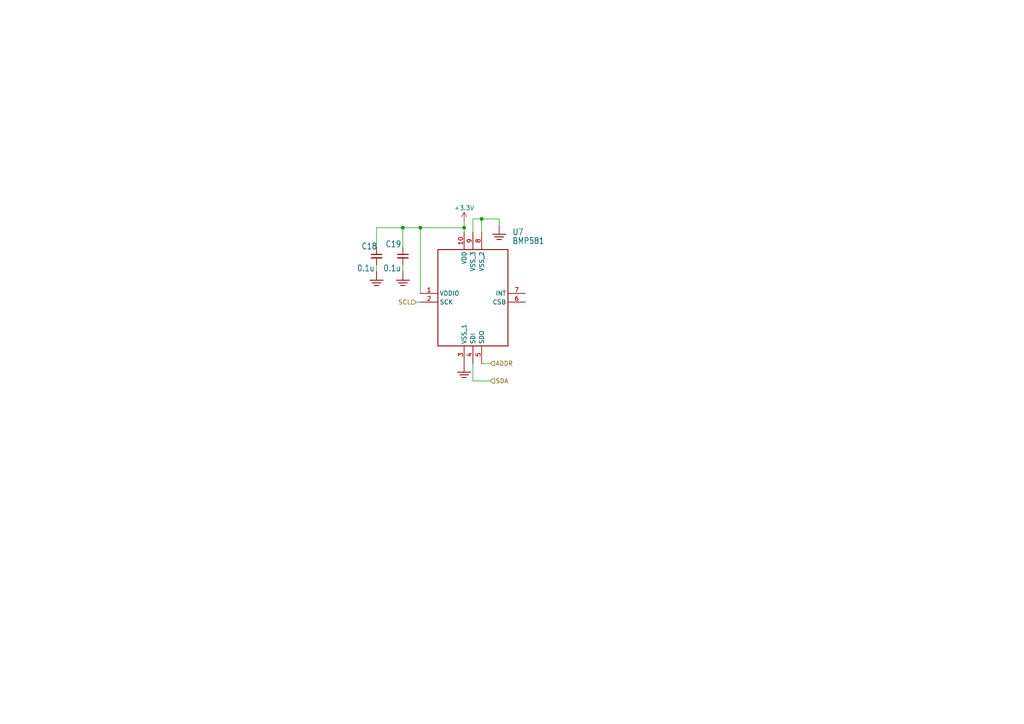
<source format=kicad_sch>
(kicad_sch
	(version 20231120)
	(generator "eeschema")
	(generator_version "8.0")
	(uuid "98bd8303-24ad-4ab0-a161-061b62a656b8")
	(paper "A4")
	(lib_symbols
		(symbol "BRGRavionics-eagle-import:BMP581"
			(exclude_from_sim no)
			(in_bom yes)
			(on_board yes)
			(property "Reference" "U"
				(at 26.67 17.78 0)
				(effects
					(font
						(size 1.778 1.5113)
					)
					(justify left)
				)
			)
			(property "Value" ""
				(at 26.67 15.24 0)
				(effects
					(font
						(size 1.778 1.5113)
					)
					(justify left)
				)
			)
			(property "Footprint" "BRGRavionics:BMP581"
				(at 0 0 0)
				(effects
					(font
						(size 1.27 1.27)
					)
					(hide yes)
				)
			)
			(property "Datasheet" ""
				(at 0 0 0)
				(effects
					(font
						(size 1.27 1.27)
					)
					(hide yes)
				)
			)
			(property "Description" ""
				(at 0 0 0)
				(effects
					(font
						(size 1.27 1.27)
					)
					(hide yes)
				)
			)
			(property "ki_locked" ""
				(at 0 0 0)
				(effects
					(font
						(size 1.27 1.27)
					)
				)
			)
			(symbol "BMP581_1_0"
				(polyline
					(pts
						(xy 5.08 12.7) (xy 5.08 -15.24)
					)
					(stroke
						(width 0.254)
						(type solid)
					)
					(fill
						(type none)
					)
				)
				(polyline
					(pts
						(xy 5.08 12.7) (xy 25.4 12.7)
					)
					(stroke
						(width 0.254)
						(type solid)
					)
					(fill
						(type none)
					)
				)
				(polyline
					(pts
						(xy 25.4 -15.24) (xy 5.08 -15.24)
					)
					(stroke
						(width 0.254)
						(type solid)
					)
					(fill
						(type none)
					)
				)
				(polyline
					(pts
						(xy 25.4 -15.24) (xy 25.4 12.7)
					)
					(stroke
						(width 0.254)
						(type solid)
					)
					(fill
						(type none)
					)
				)
				(pin bidirectional line
					(at 0 0 0)
					(length 5.08)
					(name "VDDIO"
						(effects
							(font
								(size 1.27 1.27)
							)
						)
					)
					(number "1"
						(effects
							(font
								(size 1.27 1.27)
							)
						)
					)
				)
				(pin bidirectional line
					(at 12.7 17.78 270)
					(length 5.08)
					(name "VDD"
						(effects
							(font
								(size 1.27 1.27)
							)
						)
					)
					(number "10"
						(effects
							(font
								(size 1.27 1.27)
							)
						)
					)
				)
				(pin bidirectional line
					(at 0 -2.54 0)
					(length 5.08)
					(name "SCK"
						(effects
							(font
								(size 1.27 1.27)
							)
						)
					)
					(number "2"
						(effects
							(font
								(size 1.27 1.27)
							)
						)
					)
				)
				(pin bidirectional line
					(at 12.7 -20.32 90)
					(length 5.08)
					(name "VSS_1"
						(effects
							(font
								(size 1.27 1.27)
							)
						)
					)
					(number "3"
						(effects
							(font
								(size 1.27 1.27)
							)
						)
					)
				)
				(pin bidirectional line
					(at 15.24 -20.32 90)
					(length 5.08)
					(name "SDI"
						(effects
							(font
								(size 1.27 1.27)
							)
						)
					)
					(number "4"
						(effects
							(font
								(size 1.27 1.27)
							)
						)
					)
				)
				(pin bidirectional line
					(at 17.78 -20.32 90)
					(length 5.08)
					(name "SDO"
						(effects
							(font
								(size 1.27 1.27)
							)
						)
					)
					(number "5"
						(effects
							(font
								(size 1.27 1.27)
							)
						)
					)
				)
				(pin bidirectional line
					(at 30.48 -2.54 180)
					(length 5.08)
					(name "CSB"
						(effects
							(font
								(size 1.27 1.27)
							)
						)
					)
					(number "6"
						(effects
							(font
								(size 1.27 1.27)
							)
						)
					)
				)
				(pin bidirectional line
					(at 30.48 0 180)
					(length 5.08)
					(name "INT"
						(effects
							(font
								(size 1.27 1.27)
							)
						)
					)
					(number "7"
						(effects
							(font
								(size 1.27 1.27)
							)
						)
					)
				)
				(pin bidirectional line
					(at 17.78 17.78 270)
					(length 5.08)
					(name "VSS_2"
						(effects
							(font
								(size 1.27 1.27)
							)
						)
					)
					(number "8"
						(effects
							(font
								(size 1.27 1.27)
							)
						)
					)
				)
				(pin bidirectional line
					(at 15.24 17.78 270)
					(length 5.08)
					(name "VSS_3"
						(effects
							(font
								(size 1.27 1.27)
							)
						)
					)
					(number "9"
						(effects
							(font
								(size 1.27 1.27)
							)
						)
					)
				)
			)
		)
		(symbol "BRGRavionics-eagle-import:GND-EARTH"
			(power)
			(exclude_from_sim no)
			(in_bom yes)
			(on_board yes)
			(property "Reference" "#SUPPLY"
				(at 0 0 0)
				(effects
					(font
						(size 1.27 1.27)
					)
					(hide yes)
				)
			)
			(property "Value" "GND-EARTH"
				(at 0 -3.175 0)
				(effects
					(font
						(size 1.778 1.5113)
					)
				)
			)
			(property "Footprint" ""
				(at 0 0 0)
				(effects
					(font
						(size 1.27 1.27)
					)
					(hide yes)
				)
			)
			(property "Datasheet" ""
				(at 0 0 0)
				(effects
					(font
						(size 1.27 1.27)
					)
					(hide yes)
				)
			)
			(property "Description" ""
				(at 0 0 0)
				(effects
					(font
						(size 1.27 1.27)
					)
					(hide yes)
				)
			)
			(property "ki_locked" ""
				(at 0 0 0)
				(effects
					(font
						(size 1.27 1.27)
					)
				)
			)
			(symbol "GND-EARTH_1_0"
				(polyline
					(pts
						(xy -1.905 0) (xy 1.905 0)
					)
					(stroke
						(width 0.254)
						(type solid)
					)
					(fill
						(type none)
					)
				)
				(polyline
					(pts
						(xy -1.27 -0.762) (xy 1.27 -0.762)
					)
					(stroke
						(width 0.254)
						(type solid)
					)
					(fill
						(type none)
					)
				)
				(polyline
					(pts
						(xy -0.635 -1.524) (xy 0.635 -1.524)
					)
					(stroke
						(width 0.254)
						(type solid)
					)
					(fill
						(type none)
					)
				)
				(pin power_in line
					(at 0 2.54 270)
					(length 2.54)
					(name "GND"
						(effects
							(font
								(size 0 0)
							)
						)
					)
					(number "1"
						(effects
							(font
								(size 0 0)
							)
						)
					)
				)
			)
		)
		(symbol "Device:C_Small"
			(pin_numbers hide)
			(pin_names
				(offset 0.254) hide)
			(exclude_from_sim no)
			(in_bom yes)
			(on_board yes)
			(property "Reference" "C"
				(at 0.254 1.778 0)
				(effects
					(font
						(size 1.27 1.27)
					)
					(justify left)
				)
			)
			(property "Value" "C_Small"
				(at 0.254 -2.032 0)
				(effects
					(font
						(size 1.27 1.27)
					)
					(justify left)
				)
			)
			(property "Footprint" ""
				(at 0 0 0)
				(effects
					(font
						(size 1.27 1.27)
					)
					(hide yes)
				)
			)
			(property "Datasheet" "~"
				(at 0 0 0)
				(effects
					(font
						(size 1.27 1.27)
					)
					(hide yes)
				)
			)
			(property "Description" "Unpolarized capacitor, small symbol"
				(at 0 0 0)
				(effects
					(font
						(size 1.27 1.27)
					)
					(hide yes)
				)
			)
			(property "ki_keywords" "capacitor cap"
				(at 0 0 0)
				(effects
					(font
						(size 1.27 1.27)
					)
					(hide yes)
				)
			)
			(property "ki_fp_filters" "C_*"
				(at 0 0 0)
				(effects
					(font
						(size 1.27 1.27)
					)
					(hide yes)
				)
			)
			(symbol "C_Small_0_1"
				(polyline
					(pts
						(xy -1.524 -0.508) (xy 1.524 -0.508)
					)
					(stroke
						(width 0.3302)
						(type default)
					)
					(fill
						(type none)
					)
				)
				(polyline
					(pts
						(xy -1.524 0.508) (xy 1.524 0.508)
					)
					(stroke
						(width 0.3048)
						(type default)
					)
					(fill
						(type none)
					)
				)
			)
			(symbol "C_Small_1_1"
				(pin passive line
					(at 0 2.54 270)
					(length 2.032)
					(name "~"
						(effects
							(font
								(size 1.27 1.27)
							)
						)
					)
					(number "1"
						(effects
							(font
								(size 1.27 1.27)
							)
						)
					)
				)
				(pin passive line
					(at 0 -2.54 90)
					(length 2.032)
					(name "~"
						(effects
							(font
								(size 1.27 1.27)
							)
						)
					)
					(number "2"
						(effects
							(font
								(size 1.27 1.27)
							)
						)
					)
				)
			)
		)
		(symbol "power:+3.3V"
			(power)
			(pin_names
				(offset 0)
			)
			(exclude_from_sim no)
			(in_bom yes)
			(on_board yes)
			(property "Reference" "#PWR"
				(at 0 -3.81 0)
				(effects
					(font
						(size 1.27 1.27)
					)
					(hide yes)
				)
			)
			(property "Value" "+3.3V"
				(at 0 3.556 0)
				(effects
					(font
						(size 1.27 1.27)
					)
				)
			)
			(property "Footprint" ""
				(at 0 0 0)
				(effects
					(font
						(size 1.27 1.27)
					)
					(hide yes)
				)
			)
			(property "Datasheet" ""
				(at 0 0 0)
				(effects
					(font
						(size 1.27 1.27)
					)
					(hide yes)
				)
			)
			(property "Description" "Power symbol creates a global label with name \"+3.3V\""
				(at 0 0 0)
				(effects
					(font
						(size 1.27 1.27)
					)
					(hide yes)
				)
			)
			(property "ki_keywords" "global power"
				(at 0 0 0)
				(effects
					(font
						(size 1.27 1.27)
					)
					(hide yes)
				)
			)
			(symbol "+3.3V_0_1"
				(polyline
					(pts
						(xy -0.762 1.27) (xy 0 2.54)
					)
					(stroke
						(width 0)
						(type default)
					)
					(fill
						(type none)
					)
				)
				(polyline
					(pts
						(xy 0 0) (xy 0 2.54)
					)
					(stroke
						(width 0)
						(type default)
					)
					(fill
						(type none)
					)
				)
				(polyline
					(pts
						(xy 0 2.54) (xy 0.762 1.27)
					)
					(stroke
						(width 0)
						(type default)
					)
					(fill
						(type none)
					)
				)
			)
			(symbol "+3.3V_1_1"
				(pin power_in line
					(at 0 0 90)
					(length 0) hide
					(name "+3.3V"
						(effects
							(font
								(size 1.27 1.27)
							)
						)
					)
					(number "1"
						(effects
							(font
								(size 1.27 1.27)
							)
						)
					)
				)
			)
		)
	)
	(junction
		(at 134.62 66.04)
		(diameter 0)
		(color 0 0 0 0)
		(uuid "17219257-cd35-497e-bd0c-36e95874aba6")
	)
	(junction
		(at 116.84 66.04)
		(diameter 0)
		(color 0 0 0 0)
		(uuid "4384d8b0-8b23-4c48-9107-22208e51dbe1")
	)
	(junction
		(at 121.92 66.04)
		(diameter 0)
		(color 0 0 0 0)
		(uuid "a254dc65-efec-4d6e-9ecb-d6ede3f4b3c6")
	)
	(junction
		(at 139.7 63.5)
		(diameter 0)
		(color 0 0 0 0)
		(uuid "e7cf9625-3ef0-445f-b149-c544d532fb8d")
	)
	(wire
		(pts
			(xy 139.7 105.41) (xy 142.24 105.41)
		)
		(stroke
			(width 0)
			(type default)
		)
		(uuid "0b61a031-ea63-4c0c-be29-7d37bdffcfc6")
	)
	(wire
		(pts
			(xy 109.22 71.755) (xy 109.22 66.04)
		)
		(stroke
			(width 0.1524)
			(type solid)
		)
		(uuid "1552abe2-a7a7-47b5-abbf-499e3e0c3777")
	)
	(wire
		(pts
			(xy 139.7 63.5) (xy 139.7 67.31)
		)
		(stroke
			(width 0.1524)
			(type solid)
		)
		(uuid "1bc2c2a2-b288-4c1a-8e3d-0b1e276808e5")
	)
	(wire
		(pts
			(xy 121.92 66.04) (xy 121.92 85.09)
		)
		(stroke
			(width 0.1524)
			(type solid)
		)
		(uuid "1d5f405d-00fd-41d4-9242-70cb00c8735c")
	)
	(wire
		(pts
			(xy 121.92 66.04) (xy 116.84 66.04)
		)
		(stroke
			(width 0.1524)
			(type solid)
		)
		(uuid "28c3306d-d975-4189-867e-6cdda35b4a1b")
	)
	(wire
		(pts
			(xy 116.84 66.04) (xy 116.84 71.755)
		)
		(stroke
			(width 0.1524)
			(type solid)
		)
		(uuid "34d25cab-326f-4d31-995b-e358502a809a")
	)
	(wire
		(pts
			(xy 121.92 66.04) (xy 134.62 66.04)
		)
		(stroke
			(width 0)
			(type default)
		)
		(uuid "3908a289-96e3-4913-b22e-b24d5fae1dc6")
	)
	(wire
		(pts
			(xy 134.62 64.135) (xy 134.62 66.04)
		)
		(stroke
			(width 0)
			(type default)
		)
		(uuid "4831db23-82c4-45cd-a956-c10b819efd11")
	)
	(wire
		(pts
			(xy 120.65 87.63) (xy 121.92 87.63)
		)
		(stroke
			(width 0)
			(type default)
		)
		(uuid "4b0cc302-dc30-4503-88d0-200070a9addc")
	)
	(wire
		(pts
			(xy 109.22 66.04) (xy 116.84 66.04)
		)
		(stroke
			(width 0.1524)
			(type solid)
		)
		(uuid "5438df09-9235-4157-83e6-c62835ad5c54")
	)
	(wire
		(pts
			(xy 144.78 63.5) (xy 144.78 65.405)
		)
		(stroke
			(width 0.1524)
			(type solid)
		)
		(uuid "67292016-e5f6-490a-bd61-fba7ee11df78")
	)
	(wire
		(pts
			(xy 137.16 63.5) (xy 137.16 67.31)
		)
		(stroke
			(width 0.1524)
			(type solid)
		)
		(uuid "961726c1-7c6b-4996-9510-69303ab58845")
	)
	(wire
		(pts
			(xy 137.16 63.5) (xy 139.7 63.5)
		)
		(stroke
			(width 0.1524)
			(type solid)
		)
		(uuid "97b9837b-b5ac-4151-891a-907d511e3e31")
	)
	(wire
		(pts
			(xy 134.62 66.04) (xy 134.62 67.31)
		)
		(stroke
			(width 0)
			(type default)
		)
		(uuid "9cc6eb86-bce2-4801-a06c-5c67d65e5a94")
	)
	(wire
		(pts
			(xy 137.16 105.41) (xy 137.16 110.49)
		)
		(stroke
			(width 0)
			(type default)
		)
		(uuid "a011f414-dcc4-4bce-ac85-515d6bbcb163")
	)
	(wire
		(pts
			(xy 109.22 76.835) (xy 109.22 78.74)
		)
		(stroke
			(width 0)
			(type default)
		)
		(uuid "a1d9e84f-4254-43f1-ab51-d5caa7ac99af")
	)
	(wire
		(pts
			(xy 116.84 76.835) (xy 116.84 78.74)
		)
		(stroke
			(width 0)
			(type default)
		)
		(uuid "b9957b8f-c28d-4efa-8ef4-b29bb7a1de5a")
	)
	(wire
		(pts
			(xy 142.24 110.49) (xy 137.16 110.49)
		)
		(stroke
			(width 0)
			(type default)
		)
		(uuid "c87a568f-f14f-4c36-bcf3-7dc73f99e02b")
	)
	(wire
		(pts
			(xy 139.7 63.5) (xy 144.78 63.5)
		)
		(stroke
			(width 0.1524)
			(type solid)
		)
		(uuid "eabec52b-6c85-484c-8213-4f95f8f04a48")
	)
	(hierarchical_label "SDA"
		(shape input)
		(at 142.24 110.49 0)
		(fields_autoplaced yes)
		(effects
			(font
				(size 1.27 1.27)
			)
			(justify left)
		)
		(uuid "a3a1cbc6-8482-4f64-89e7-2d1a5bdbe576")
	)
	(hierarchical_label "SCL"
		(shape input)
		(at 120.65 87.63 180)
		(fields_autoplaced yes)
		(effects
			(font
				(size 1.27 1.27)
			)
			(justify right)
		)
		(uuid "c41b97d7-291e-47ba-811f-c44e0ea7813a")
	)
	(hierarchical_label "ADDR"
		(shape input)
		(at 142.24 105.41 0)
		(fields_autoplaced yes)
		(effects
			(font
				(size 1.27 1.27)
			)
			(justify left)
		)
		(uuid "d9a3932b-144e-4393-9feb-4fe892b1fbb0")
	)
	(symbol
		(lib_id "Device:C_Small")
		(at 109.22 74.295 0)
		(unit 1)
		(exclude_from_sim no)
		(in_bom yes)
		(on_board yes)
		(dnp no)
		(uuid "0b2e6a2f-090b-4661-8276-916b44ad5cbe")
		(property "Reference" "C28"
			(at 104.775 72.39 0)
			(effects
				(font
					(size 1.778 1.5113)
				)
				(justify left bottom)
			)
		)
		(property "Value" "0.1u"
			(at 103.505 78.74 0)
			(effects
				(font
					(size 1.778 1.5113)
				)
				(justify left bottom)
			)
		)
		(property "Footprint" "Capacitor_SMD:C_0603_1608Metric"
			(at 109.22 74.295 0)
			(effects
				(font
					(size 1.27 1.27)
				)
				(hide yes)
			)
		)
		(property "Datasheet" "~"
			(at 109.22 74.295 0)
			(effects
				(font
					(size 1.27 1.27)
				)
				(hide yes)
			)
		)
		(property "Description" ""
			(at 109.22 74.295 0)
			(effects
				(font
					(size 1.27 1.27)
				)
				(hide yes)
			)
		)
		(pin "1"
			(uuid "b7bf7476-5d11-4c13-a727-48f8988bcdcc")
		)
		(pin "2"
			(uuid "dd5ad1ac-d3ce-4992-86dc-9b99a3424966")
		)
		(instances
			(project "BRGRavionics2.4.1"
				(path "/4e6fd9e4-e85c-45d6-9f9c-1f20b37f8bd7/c8bf970c-6472-4c71-b21f-12931a524a76"
					(reference "C18")
					(unit 1)
				)
				(path "/4e6fd9e4-e85c-45d6-9f9c-1f20b37f8bd7/e6565ecd-a822-4faf-aa89-8fee8854ac11"
					(reference "C28")
					(unit 1)
				)
			)
		)
	)
	(symbol
		(lib_id "Device:C_Small")
		(at 116.84 74.295 0)
		(unit 1)
		(exclude_from_sim no)
		(in_bom yes)
		(on_board yes)
		(dnp no)
		(uuid "52053a8e-1116-462e-a397-0c84718b89a8")
		(property "Reference" "C29"
			(at 111.76 71.755 0)
			(effects
				(font
					(size 1.778 1.5113)
				)
				(justify left bottom)
			)
		)
		(property "Value" "0.1u"
			(at 111.125 78.74 0)
			(effects
				(font
					(size 1.778 1.5113)
				)
				(justify left bottom)
			)
		)
		(property "Footprint" "Capacitor_SMD:C_0603_1608Metric"
			(at 116.84 74.295 0)
			(effects
				(font
					(size 1.27 1.27)
				)
				(hide yes)
			)
		)
		(property "Datasheet" "~"
			(at 116.84 74.295 0)
			(effects
				(font
					(size 1.27 1.27)
				)
				(hide yes)
			)
		)
		(property "Description" ""
			(at 116.84 74.295 0)
			(effects
				(font
					(size 1.27 1.27)
				)
				(hide yes)
			)
		)
		(pin "1"
			(uuid "bfe1775a-05a5-4798-b1e8-c6baf31d0245")
		)
		(pin "2"
			(uuid "ba9258d4-3438-4d11-a7d4-ffb725b0b834")
		)
		(instances
			(project "BRGRavionics2.4.1"
				(path "/4e6fd9e4-e85c-45d6-9f9c-1f20b37f8bd7/c8bf970c-6472-4c71-b21f-12931a524a76"
					(reference "C19")
					(unit 1)
				)
				(path "/4e6fd9e4-e85c-45d6-9f9c-1f20b37f8bd7/e6565ecd-a822-4faf-aa89-8fee8854ac11"
					(reference "C29")
					(unit 1)
				)
			)
		)
	)
	(symbol
		(lib_id "BRGRavionics-eagle-import:BMP581")
		(at 121.92 85.09 0)
		(unit 1)
		(exclude_from_sim no)
		(in_bom yes)
		(on_board yes)
		(dnp no)
		(uuid "65adffa3-1a06-4d49-bc65-a7de7e50e19b")
		(property "Reference" "U9"
			(at 148.59 67.31 0)
			(effects
				(font
					(size 1.778 1.5113)
				)
				(justify left)
			)
		)
		(property "Value" "BMP581"
			(at 148.59 69.85 0)
			(effects
				(font
					(size 1.778 1.5113)
				)
				(justify left)
			)
		)
		(property "Footprint" "SamacSys_Parts:BMP581"
			(at 121.92 85.09 0)
			(effects
				(font
					(size 1.27 1.27)
				)
				(hide yes)
			)
		)
		(property "Datasheet" ""
			(at 121.92 85.09 0)
			(effects
				(font
					(size 1.27 1.27)
				)
				(hide yes)
			)
		)
		(property "Description" ""
			(at 121.92 85.09 0)
			(effects
				(font
					(size 1.27 1.27)
				)
				(hide yes)
			)
		)
		(pin "1"
			(uuid "bde04173-8ed8-4a05-8d1b-70c3dda50b4b")
		)
		(pin "10"
			(uuid "b304e14d-d546-451e-9783-0c9c2ce7e56e")
		)
		(pin "2"
			(uuid "9058936a-619c-41ba-a430-5e9de73b115d")
		)
		(pin "3"
			(uuid "ce533b98-f9fa-4e6b-bdc9-dd69c2c1a848")
		)
		(pin "4"
			(uuid "187bb487-819a-4884-8129-d0cecc0771b3")
		)
		(pin "5"
			(uuid "65ef0d91-ca67-483d-ad5a-9191b007850c")
		)
		(pin "6"
			(uuid "1ba7d37c-21e7-4c44-b91b-0ef43c053b64")
		)
		(pin "7"
			(uuid "d17beb6b-d0dd-43d4-be64-1fe3aecdbbc0")
		)
		(pin "8"
			(uuid "5611f23a-5f40-4723-9ce5-6aa174bf5489")
		)
		(pin "9"
			(uuid "9bdadc06-152a-4cbf-b931-db6d078d834a")
		)
		(instances
			(project "BRGRavionics2.4.1"
				(path "/4e6fd9e4-e85c-45d6-9f9c-1f20b37f8bd7/c8bf970c-6472-4c71-b21f-12931a524a76"
					(reference "U7")
					(unit 1)
				)
				(path "/4e6fd9e4-e85c-45d6-9f9c-1f20b37f8bd7/e6565ecd-a822-4faf-aa89-8fee8854ac11"
					(reference "U9")
					(unit 1)
				)
			)
		)
	)
	(symbol
		(lib_id "BRGRavionics-eagle-import:GND-EARTH")
		(at 109.22 81.28 0)
		(unit 1)
		(exclude_from_sim no)
		(in_bom yes)
		(on_board yes)
		(dnp no)
		(uuid "74ce42d7-ab29-4e74-8b26-987973361ded")
		(property "Reference" "#SUPPLY0104"
			(at 109.22 81.28 0)
			(effects
				(font
					(size 1.27 1.27)
				)
				(hide yes)
			)
		)
		(property "Value" "GND"
			(at 109.22 84.455 0)
			(effects
				(font
					(size 1.778 1.5113)
				)
				(hide yes)
			)
		)
		(property "Footprint" ""
			(at 109.22 81.28 0)
			(effects
				(font
					(size 1.27 1.27)
				)
				(hide yes)
			)
		)
		(property "Datasheet" ""
			(at 109.22 81.28 0)
			(effects
				(font
					(size 1.27 1.27)
				)
				(hide yes)
			)
		)
		(property "Description" ""
			(at 109.22 81.28 0)
			(effects
				(font
					(size 1.27 1.27)
				)
				(hide yes)
			)
		)
		(pin "1"
			(uuid "5fde019c-5c95-40c8-8524-1773951f2213")
		)
		(instances
			(project "BRGRavionics2.4.1"
				(path "/4e6fd9e4-e85c-45d6-9f9c-1f20b37f8bd7/c8bf970c-6472-4c71-b21f-12931a524a76"
					(reference "#SUPPLY04")
					(unit 1)
				)
				(path "/4e6fd9e4-e85c-45d6-9f9c-1f20b37f8bd7/e6565ecd-a822-4faf-aa89-8fee8854ac11"
					(reference "#SUPPLY0104")
					(unit 1)
				)
			)
		)
	)
	(symbol
		(lib_id "power:+3.3V")
		(at 134.62 64.135 0)
		(unit 1)
		(exclude_from_sim no)
		(in_bom yes)
		(on_board yes)
		(dnp no)
		(fields_autoplaced yes)
		(uuid "8cdfce2e-5a24-448f-8d07-94c7816200ba")
		(property "Reference" "#PWR0103"
			(at 134.62 67.945 0)
			(effects
				(font
					(size 1.27 1.27)
				)
				(hide yes)
			)
		)
		(property "Value" "+3.3V"
			(at 134.62 60.325 0)
			(effects
				(font
					(size 1.27 1.27)
				)
			)
		)
		(property "Footprint" ""
			(at 134.62 64.135 0)
			(effects
				(font
					(size 1.27 1.27)
				)
				(hide yes)
			)
		)
		(property "Datasheet" ""
			(at 134.62 64.135 0)
			(effects
				(font
					(size 1.27 1.27)
				)
				(hide yes)
			)
		)
		(property "Description" ""
			(at 134.62 64.135 0)
			(effects
				(font
					(size 1.27 1.27)
				)
				(hide yes)
			)
		)
		(pin "1"
			(uuid "9cef0d6a-8cdf-4b7f-9509-086816a9fc18")
		)
		(instances
			(project "BRGRavionics2.4.1"
				(path "/4e6fd9e4-e85c-45d6-9f9c-1f20b37f8bd7/c8bf970c-6472-4c71-b21f-12931a524a76"
					(reference "#PWR014")
					(unit 1)
				)
				(path "/4e6fd9e4-e85c-45d6-9f9c-1f20b37f8bd7/e6565ecd-a822-4faf-aa89-8fee8854ac11"
					(reference "#PWR0103")
					(unit 1)
				)
			)
		)
	)
	(symbol
		(lib_id "BRGRavionics-eagle-import:GND-EARTH")
		(at 144.78 67.945 0)
		(unit 1)
		(exclude_from_sim no)
		(in_bom yes)
		(on_board yes)
		(dnp no)
		(uuid "ad1ecb00-a6c8-46b0-89b0-6d9b13c4fdaa")
		(property "Reference" "#SUPPLY0106"
			(at 144.78 67.945 0)
			(effects
				(font
					(size 1.27 1.27)
				)
				(hide yes)
			)
		)
		(property "Value" "GND"
			(at 144.78 71.12 0)
			(effects
				(font
					(size 1.778 1.5113)
				)
				(hide yes)
			)
		)
		(property "Footprint" ""
			(at 144.78 67.945 0)
			(effects
				(font
					(size 1.27 1.27)
				)
				(hide yes)
			)
		)
		(property "Datasheet" ""
			(at 144.78 67.945 0)
			(effects
				(font
					(size 1.27 1.27)
				)
				(hide yes)
			)
		)
		(property "Description" ""
			(at 144.78 67.945 0)
			(effects
				(font
					(size 1.27 1.27)
				)
				(hide yes)
			)
		)
		(pin "1"
			(uuid "d4c16c7d-2d2c-4850-bbcd-488bc88a241d")
		)
		(instances
			(project "BRGRavionics2.4.1"
				(path "/4e6fd9e4-e85c-45d6-9f9c-1f20b37f8bd7/c8bf970c-6472-4c71-b21f-12931a524a76"
					(reference "#SUPPLY030")
					(unit 1)
				)
				(path "/4e6fd9e4-e85c-45d6-9f9c-1f20b37f8bd7/e6565ecd-a822-4faf-aa89-8fee8854ac11"
					(reference "#SUPPLY0106")
					(unit 1)
				)
			)
		)
	)
	(symbol
		(lib_id "BRGRavionics-eagle-import:GND-EARTH")
		(at 134.62 107.95 0)
		(unit 1)
		(exclude_from_sim no)
		(in_bom yes)
		(on_board yes)
		(dnp no)
		(uuid "c8fb3366-a0db-4cec-92e8-f79c10a6fea7")
		(property "Reference" "#SUPPLY0103"
			(at 134.62 107.95 0)
			(effects
				(font
					(size 1.27 1.27)
				)
				(hide yes)
			)
		)
		(property "Value" "GND"
			(at 134.62 111.125 0)
			(effects
				(font
					(size 1.778 1.5113)
				)
				(hide yes)
			)
		)
		(property "Footprint" ""
			(at 134.62 107.95 0)
			(effects
				(font
					(size 1.27 1.27)
				)
				(hide yes)
			)
		)
		(property "Datasheet" ""
			(at 134.62 107.95 0)
			(effects
				(font
					(size 1.27 1.27)
				)
				(hide yes)
			)
		)
		(property "Description" ""
			(at 134.62 107.95 0)
			(effects
				(font
					(size 1.27 1.27)
				)
				(hide yes)
			)
		)
		(pin "1"
			(uuid "8bd17ef5-fb53-4233-8ecf-988cbfaff274")
		)
		(instances
			(project "BRGRavionics2.4.1"
				(path "/4e6fd9e4-e85c-45d6-9f9c-1f20b37f8bd7/c8bf970c-6472-4c71-b21f-12931a524a76"
					(reference "#SUPPLY029")
					(unit 1)
				)
				(path "/4e6fd9e4-e85c-45d6-9f9c-1f20b37f8bd7/e6565ecd-a822-4faf-aa89-8fee8854ac11"
					(reference "#SUPPLY0103")
					(unit 1)
				)
			)
		)
	)
	(symbol
		(lib_id "BRGRavionics-eagle-import:GND-EARTH")
		(at 116.84 81.28 0)
		(unit 1)
		(exclude_from_sim no)
		(in_bom yes)
		(on_board yes)
		(dnp no)
		(uuid "da5bd1a9-37c0-41ad-9bb0-cc2735806dc9")
		(property "Reference" "#SUPPLY0105"
			(at 116.84 81.28 0)
			(effects
				(font
					(size 1.27 1.27)
				)
				(hide yes)
			)
		)
		(property "Value" "GND"
			(at 116.84 84.455 0)
			(effects
				(font
					(size 1.778 1.5113)
				)
				(hide yes)
			)
		)
		(property "Footprint" ""
			(at 116.84 81.28 0)
			(effects
				(font
					(size 1.27 1.27)
				)
				(hide yes)
			)
		)
		(property "Datasheet" ""
			(at 116.84 81.28 0)
			(effects
				(font
					(size 1.27 1.27)
				)
				(hide yes)
			)
		)
		(property "Description" ""
			(at 116.84 81.28 0)
			(effects
				(font
					(size 1.27 1.27)
				)
				(hide yes)
			)
		)
		(pin "1"
			(uuid "9b108bf2-606f-4c63-b6bb-1aceee747208")
		)
		(instances
			(project "BRGRavionics2.4.1"
				(path "/4e6fd9e4-e85c-45d6-9f9c-1f20b37f8bd7/c8bf970c-6472-4c71-b21f-12931a524a76"
					(reference "#SUPPLY05")
					(unit 1)
				)
				(path "/4e6fd9e4-e85c-45d6-9f9c-1f20b37f8bd7/e6565ecd-a822-4faf-aa89-8fee8854ac11"
					(reference "#SUPPLY0105")
					(unit 1)
				)
			)
		)
	)
)

</source>
